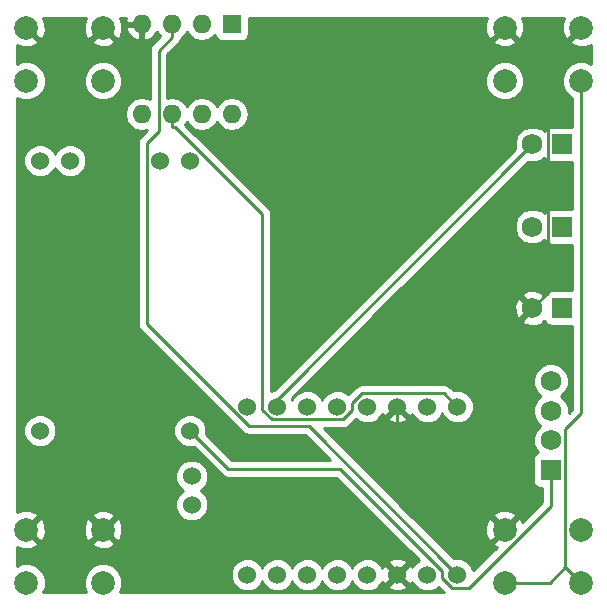
<source format=gbr>
G04 #@! TF.FileFunction,Copper,L2,Bot,Signal*
%FSLAX46Y46*%
G04 Gerber Fmt 4.6, Leading zero omitted, Abs format (unit mm)*
G04 Created by KiCad (PCBNEW 4.0.6+dfsg1-1) date Tue Jan 16 21:14:35 2018*
%MOMM*%
%LPD*%
G01*
G04 APERTURE LIST*
%ADD10C,0.100000*%
%ADD11C,1.524000*%
%ADD12R,1.600000X1.600000*%
%ADD13O,1.600000X1.600000*%
%ADD14R,1.750000X1.750000*%
%ADD15C,1.750000*%
%ADD16C,2.000000*%
%ADD17C,0.250000*%
%ADD18C,0.254000*%
G04 APERTURE END LIST*
D10*
D11*
X138390000Y-100270000D03*
X146010000Y-100270000D03*
X148550000Y-100270000D03*
X135850000Y-100270000D03*
X148550000Y-123130000D03*
X135850000Y-123130000D03*
D12*
X152100000Y-88700000D03*
D13*
X144480000Y-96320000D03*
X149560000Y-88700000D03*
X147020000Y-96320000D03*
X147020000Y-88700000D03*
X149560000Y-96320000D03*
X144480000Y-88700000D03*
X152100000Y-96320000D03*
D11*
X171190000Y-121088000D03*
X168650000Y-121088000D03*
X166110000Y-121088000D03*
X163570000Y-121088000D03*
X161030000Y-121088000D03*
X158490000Y-121088000D03*
X155950000Y-121088000D03*
X153410000Y-121088000D03*
X171190000Y-135312000D03*
X168650000Y-135312000D03*
X166110000Y-135312000D03*
X163570000Y-135312000D03*
X161030000Y-135312000D03*
X158490000Y-135312000D03*
X155950000Y-135312000D03*
X153410000Y-135312000D03*
X148700000Y-127000000D03*
X148700000Y-129400000D03*
D14*
X180050000Y-105850000D03*
D15*
X177550000Y-105850000D03*
D14*
X180050000Y-98900000D03*
D15*
X177550000Y-98900000D03*
D16*
X134700000Y-93500000D03*
X134700000Y-89000000D03*
X141200000Y-93500000D03*
X141200000Y-89000000D03*
X175200000Y-93500000D03*
X175200000Y-89000000D03*
X181700000Y-93500000D03*
X181700000Y-89000000D03*
X175200000Y-136000000D03*
X175200000Y-131500000D03*
X181700000Y-136000000D03*
X181700000Y-131500000D03*
X134700000Y-136000000D03*
X134700000Y-131500000D03*
X141200000Y-136000000D03*
X141200000Y-131500000D03*
D14*
X180050000Y-112750000D03*
D15*
X177550000Y-112750000D03*
D14*
X179100000Y-126450000D03*
D15*
X179100000Y-123950000D03*
X179100000Y-121450000D03*
X179100000Y-118950000D03*
D17*
X179100000Y-129497900D02*
X179100000Y-126450000D01*
X172186500Y-136411400D02*
X179100000Y-129497900D01*
X170742600Y-136411400D02*
X172186500Y-136411400D01*
X169920000Y-135588800D02*
X170742600Y-136411400D01*
X169920000Y-135039700D02*
X169920000Y-135588800D01*
X161243200Y-126362900D02*
X169920000Y-135039700D01*
X151782900Y-126362900D02*
X161243200Y-126362900D01*
X148550000Y-123130000D02*
X151782900Y-126362900D01*
X155950000Y-120500000D02*
X155950000Y-121088000D01*
X177550000Y-98900000D02*
X155950000Y-120500000D01*
X179001600Y-136000000D02*
X180350800Y-134650800D01*
X175200000Y-136000000D02*
X179001600Y-136000000D01*
X181700000Y-136000000D02*
X180350800Y-134650800D01*
X181700000Y-121640300D02*
X181700000Y-93500000D01*
X180350800Y-122989500D02*
X181700000Y-121640300D01*
X180350800Y-134650800D02*
X180350800Y-122989500D01*
X166110000Y-122410000D02*
X166110000Y-121088000D01*
X175200000Y-131500000D02*
X166110000Y-122410000D01*
X178050500Y-91850500D02*
X175200000Y-89000000D01*
X178849500Y-91850500D02*
X178050500Y-91850500D01*
X178849500Y-111450500D02*
X178849500Y-91850500D01*
X177550000Y-112750000D02*
X178849500Y-111450500D01*
X178849500Y-91850500D02*
X181700000Y-89000000D01*
X147301300Y-97445300D02*
X147020000Y-97445300D01*
X154680000Y-104824000D02*
X147301300Y-97445300D01*
X154680000Y-121356500D02*
X154680000Y-104824000D01*
X155498800Y-122175300D02*
X154680000Y-121356500D01*
X161494500Y-122175300D02*
X155498800Y-122175300D01*
X162300100Y-121369700D02*
X161494500Y-122175300D01*
X162300100Y-120789900D02*
X162300100Y-121369700D01*
X163136300Y-119953700D02*
X162300100Y-120789900D01*
X170055700Y-119953700D02*
X163136300Y-119953700D01*
X171190000Y-121088000D02*
X170055700Y-119953700D01*
X147020000Y-96320000D02*
X147020000Y-97445300D01*
X145894700Y-90950600D02*
X147020000Y-89825300D01*
X145894700Y-97795200D02*
X145894700Y-90950600D01*
X144893700Y-98796200D02*
X145894700Y-97795200D01*
X144893700Y-114110700D02*
X144893700Y-98796200D01*
X153521300Y-122738300D02*
X144893700Y-114110700D01*
X158616300Y-122738300D02*
X153521300Y-122738300D01*
X171190000Y-135312000D02*
X158616300Y-122738300D01*
X147020000Y-88700000D02*
X147020000Y-89825300D01*
D18*
G36*
X139554092Y-88735461D02*
X139578144Y-89385460D01*
X139780613Y-89874264D01*
X140047468Y-89972927D01*
X141020395Y-89000000D01*
X141006253Y-88985858D01*
X141185858Y-88806253D01*
X141200000Y-88820395D01*
X141214143Y-88806253D01*
X141393748Y-88985858D01*
X141379605Y-89000000D01*
X142352532Y-89972927D01*
X142619387Y-89874264D01*
X142845908Y-89264539D01*
X142837934Y-89049041D01*
X143088086Y-89049041D01*
X143327611Y-89555134D01*
X143742577Y-89931041D01*
X144130961Y-90091904D01*
X144353000Y-89969915D01*
X144353000Y-88827000D01*
X143209371Y-88827000D01*
X143088086Y-89049041D01*
X142837934Y-89049041D01*
X142821856Y-88614540D01*
X142654290Y-88210000D01*
X143154799Y-88210000D01*
X143088086Y-88350959D01*
X143209371Y-88573000D01*
X144353000Y-88573000D01*
X144353000Y-88553000D01*
X144607000Y-88553000D01*
X144607000Y-88573000D01*
X144627000Y-88573000D01*
X144627000Y-88827000D01*
X144607000Y-88827000D01*
X144607000Y-89969915D01*
X144829039Y-90091904D01*
X145217423Y-89931041D01*
X145632389Y-89555134D01*
X145735014Y-89338297D01*
X146005302Y-89742811D01*
X146018721Y-89751777D01*
X145357299Y-90413199D01*
X145192552Y-90659761D01*
X145134700Y-90950600D01*
X145134700Y-95036646D01*
X145029151Y-94966120D01*
X144480000Y-94856887D01*
X143930849Y-94966120D01*
X143465302Y-95277189D01*
X143154233Y-95742736D01*
X143045000Y-96291887D01*
X143045000Y-96348113D01*
X143154233Y-96897264D01*
X143465302Y-97362811D01*
X143930849Y-97673880D01*
X144480000Y-97783113D01*
X144919384Y-97695714D01*
X144356299Y-98258799D01*
X144191552Y-98505361D01*
X144133700Y-98796200D01*
X144133700Y-114110700D01*
X144191552Y-114401539D01*
X144356299Y-114648101D01*
X152983899Y-123275701D01*
X153230461Y-123440448D01*
X153521300Y-123498300D01*
X158301498Y-123498300D01*
X160406098Y-125602900D01*
X152097702Y-125602900D01*
X149934183Y-123439381D01*
X149946757Y-123409100D01*
X149947242Y-122853339D01*
X149735010Y-122339697D01*
X149342370Y-121946371D01*
X148829100Y-121733243D01*
X148273339Y-121732758D01*
X147759697Y-121944990D01*
X147366371Y-122337630D01*
X147153243Y-122850900D01*
X147152758Y-123406661D01*
X147364990Y-123920303D01*
X147757630Y-124313629D01*
X148270900Y-124526757D01*
X148826661Y-124527242D01*
X148859055Y-124513857D01*
X151245499Y-126900301D01*
X151492061Y-127065048D01*
X151782900Y-127122900D01*
X160928398Y-127122900D01*
X167911205Y-134105707D01*
X167859697Y-134126990D01*
X167466371Y-134519630D01*
X167386605Y-134711727D01*
X167332397Y-134580857D01*
X167090213Y-134511392D01*
X166289605Y-135312000D01*
X167090213Y-136112608D01*
X167332397Y-136043143D01*
X167382509Y-135902682D01*
X167464990Y-136102303D01*
X167857630Y-136495629D01*
X168370900Y-136708757D01*
X168926661Y-136709242D01*
X169440303Y-136497010D01*
X169596992Y-136340594D01*
X170046398Y-136790000D01*
X142642316Y-136790000D01*
X142834716Y-136326648D01*
X142835284Y-135676205D01*
X142799112Y-135588661D01*
X152012758Y-135588661D01*
X152224990Y-136102303D01*
X152617630Y-136495629D01*
X153130900Y-136708757D01*
X153686661Y-136709242D01*
X154200303Y-136497010D01*
X154593629Y-136104370D01*
X154679949Y-135896488D01*
X154764990Y-136102303D01*
X155157630Y-136495629D01*
X155670900Y-136708757D01*
X156226661Y-136709242D01*
X156740303Y-136497010D01*
X157133629Y-136104370D01*
X157219949Y-135896488D01*
X157304990Y-136102303D01*
X157697630Y-136495629D01*
X158210900Y-136708757D01*
X158766661Y-136709242D01*
X159280303Y-136497010D01*
X159673629Y-136104370D01*
X159759949Y-135896488D01*
X159844990Y-136102303D01*
X160237630Y-136495629D01*
X160750900Y-136708757D01*
X161306661Y-136709242D01*
X161820303Y-136497010D01*
X162213629Y-136104370D01*
X162299949Y-135896488D01*
X162384990Y-136102303D01*
X162777630Y-136495629D01*
X163290900Y-136708757D01*
X163846661Y-136709242D01*
X164360303Y-136497010D01*
X164565457Y-136292213D01*
X165309392Y-136292213D01*
X165378857Y-136534397D01*
X165902302Y-136721144D01*
X166457368Y-136693362D01*
X166841143Y-136534397D01*
X166910608Y-136292213D01*
X166110000Y-135491605D01*
X165309392Y-136292213D01*
X164565457Y-136292213D01*
X164753629Y-136104370D01*
X164833395Y-135912273D01*
X164887603Y-136043143D01*
X165129787Y-136112608D01*
X165930395Y-135312000D01*
X165129787Y-134511392D01*
X164887603Y-134580857D01*
X164837491Y-134721318D01*
X164755010Y-134521697D01*
X164565432Y-134331787D01*
X165309392Y-134331787D01*
X166110000Y-135132395D01*
X166910608Y-134331787D01*
X166841143Y-134089603D01*
X166317698Y-133902856D01*
X165762632Y-133930638D01*
X165378857Y-134089603D01*
X165309392Y-134331787D01*
X164565432Y-134331787D01*
X164362370Y-134128371D01*
X163849100Y-133915243D01*
X163293339Y-133914758D01*
X162779697Y-134126990D01*
X162386371Y-134519630D01*
X162300051Y-134727512D01*
X162215010Y-134521697D01*
X161822370Y-134128371D01*
X161309100Y-133915243D01*
X160753339Y-133914758D01*
X160239697Y-134126990D01*
X159846371Y-134519630D01*
X159760051Y-134727512D01*
X159675010Y-134521697D01*
X159282370Y-134128371D01*
X158769100Y-133915243D01*
X158213339Y-133914758D01*
X157699697Y-134126990D01*
X157306371Y-134519630D01*
X157220051Y-134727512D01*
X157135010Y-134521697D01*
X156742370Y-134128371D01*
X156229100Y-133915243D01*
X155673339Y-133914758D01*
X155159697Y-134126990D01*
X154766371Y-134519630D01*
X154680051Y-134727512D01*
X154595010Y-134521697D01*
X154202370Y-134128371D01*
X153689100Y-133915243D01*
X153133339Y-133914758D01*
X152619697Y-134126990D01*
X152226371Y-134519630D01*
X152013243Y-135032900D01*
X152012758Y-135588661D01*
X142799112Y-135588661D01*
X142586894Y-135075057D01*
X142127363Y-134614722D01*
X141526648Y-134365284D01*
X140876205Y-134364716D01*
X140275057Y-134613106D01*
X139814722Y-135072637D01*
X139565284Y-135673352D01*
X139564716Y-136323795D01*
X139757349Y-136790000D01*
X136142316Y-136790000D01*
X136334716Y-136326648D01*
X136335284Y-135676205D01*
X136086894Y-135075057D01*
X135627363Y-134614722D01*
X135026648Y-134365284D01*
X134376205Y-134364716D01*
X133910000Y-134557349D01*
X133910000Y-132950692D01*
X134435461Y-133145908D01*
X135085460Y-133121856D01*
X135574264Y-132919387D01*
X135672927Y-132652532D01*
X140227073Y-132652532D01*
X140325736Y-132919387D01*
X140935461Y-133145908D01*
X141585460Y-133121856D01*
X142074264Y-132919387D01*
X142172927Y-132652532D01*
X141200000Y-131679605D01*
X140227073Y-132652532D01*
X135672927Y-132652532D01*
X134700000Y-131679605D01*
X134685858Y-131693748D01*
X134506253Y-131514143D01*
X134520395Y-131500000D01*
X134879605Y-131500000D01*
X135852532Y-132472927D01*
X136119387Y-132374264D01*
X136345908Y-131764539D01*
X136326331Y-131235461D01*
X139554092Y-131235461D01*
X139578144Y-131885460D01*
X139780613Y-132374264D01*
X140047468Y-132472927D01*
X141020395Y-131500000D01*
X141379605Y-131500000D01*
X142352532Y-132472927D01*
X142619387Y-132374264D01*
X142845908Y-131764539D01*
X142821856Y-131114540D01*
X142619387Y-130625736D01*
X142352532Y-130527073D01*
X141379605Y-131500000D01*
X141020395Y-131500000D01*
X140047468Y-130527073D01*
X139780613Y-130625736D01*
X139554092Y-131235461D01*
X136326331Y-131235461D01*
X136321856Y-131114540D01*
X136119387Y-130625736D01*
X135852532Y-130527073D01*
X134879605Y-131500000D01*
X134520395Y-131500000D01*
X134506253Y-131485858D01*
X134685858Y-131306253D01*
X134700000Y-131320395D01*
X135672927Y-130347468D01*
X140227073Y-130347468D01*
X141200000Y-131320395D01*
X142172927Y-130347468D01*
X142074264Y-130080613D01*
X141464539Y-129854092D01*
X140814540Y-129878144D01*
X140325736Y-130080613D01*
X140227073Y-130347468D01*
X135672927Y-130347468D01*
X135574264Y-130080613D01*
X134964539Y-129854092D01*
X134314540Y-129878144D01*
X133910000Y-130045710D01*
X133910000Y-127276661D01*
X147302758Y-127276661D01*
X147514990Y-127790303D01*
X147907630Y-128183629D01*
X147946517Y-128199776D01*
X147909697Y-128214990D01*
X147516371Y-128607630D01*
X147303243Y-129120900D01*
X147302758Y-129676661D01*
X147514990Y-130190303D01*
X147907630Y-130583629D01*
X148420900Y-130796757D01*
X148976661Y-130797242D01*
X149490303Y-130585010D01*
X149883629Y-130192370D01*
X150096757Y-129679100D01*
X150097242Y-129123339D01*
X149885010Y-128609697D01*
X149492370Y-128216371D01*
X149453483Y-128200224D01*
X149490303Y-128185010D01*
X149883629Y-127792370D01*
X150096757Y-127279100D01*
X150097242Y-126723339D01*
X149885010Y-126209697D01*
X149492370Y-125816371D01*
X148979100Y-125603243D01*
X148423339Y-125602758D01*
X147909697Y-125814990D01*
X147516371Y-126207630D01*
X147303243Y-126720900D01*
X147302758Y-127276661D01*
X133910000Y-127276661D01*
X133910000Y-123406661D01*
X134452758Y-123406661D01*
X134664990Y-123920303D01*
X135057630Y-124313629D01*
X135570900Y-124526757D01*
X136126661Y-124527242D01*
X136640303Y-124315010D01*
X137033629Y-123922370D01*
X137246757Y-123409100D01*
X137247242Y-122853339D01*
X137035010Y-122339697D01*
X136642370Y-121946371D01*
X136129100Y-121733243D01*
X135573339Y-121732758D01*
X135059697Y-121944990D01*
X134666371Y-122337630D01*
X134453243Y-122850900D01*
X134452758Y-123406661D01*
X133910000Y-123406661D01*
X133910000Y-100546661D01*
X134452758Y-100546661D01*
X134664990Y-101060303D01*
X135057630Y-101453629D01*
X135570900Y-101666757D01*
X136126661Y-101667242D01*
X136640303Y-101455010D01*
X137033629Y-101062370D01*
X137119949Y-100854488D01*
X137204990Y-101060303D01*
X137597630Y-101453629D01*
X138110900Y-101666757D01*
X138666661Y-101667242D01*
X139180303Y-101455010D01*
X139573629Y-101062370D01*
X139786757Y-100549100D01*
X139787242Y-99993339D01*
X139575010Y-99479697D01*
X139182370Y-99086371D01*
X138669100Y-98873243D01*
X138113339Y-98872758D01*
X137599697Y-99084990D01*
X137206371Y-99477630D01*
X137120051Y-99685512D01*
X137035010Y-99479697D01*
X136642370Y-99086371D01*
X136129100Y-98873243D01*
X135573339Y-98872758D01*
X135059697Y-99084990D01*
X134666371Y-99477630D01*
X134453243Y-99990900D01*
X134452758Y-100546661D01*
X133910000Y-100546661D01*
X133910000Y-94942316D01*
X134373352Y-95134716D01*
X135023795Y-95135284D01*
X135624943Y-94886894D01*
X136085278Y-94427363D01*
X136334716Y-93826648D01*
X136334718Y-93823795D01*
X139564716Y-93823795D01*
X139813106Y-94424943D01*
X140272637Y-94885278D01*
X140873352Y-95134716D01*
X141523795Y-95135284D01*
X142124943Y-94886894D01*
X142585278Y-94427363D01*
X142834716Y-93826648D01*
X142835284Y-93176205D01*
X142586894Y-92575057D01*
X142127363Y-92114722D01*
X141526648Y-91865284D01*
X140876205Y-91864716D01*
X140275057Y-92113106D01*
X139814722Y-92572637D01*
X139565284Y-93173352D01*
X139564716Y-93823795D01*
X136334718Y-93823795D01*
X136335284Y-93176205D01*
X136086894Y-92575057D01*
X135627363Y-92114722D01*
X135026648Y-91865284D01*
X134376205Y-91864716D01*
X133910000Y-92057349D01*
X133910000Y-90450692D01*
X134435461Y-90645908D01*
X135085460Y-90621856D01*
X135574264Y-90419387D01*
X135672927Y-90152532D01*
X140227073Y-90152532D01*
X140325736Y-90419387D01*
X140935461Y-90645908D01*
X141585460Y-90621856D01*
X142074264Y-90419387D01*
X142172927Y-90152532D01*
X141200000Y-89179605D01*
X140227073Y-90152532D01*
X135672927Y-90152532D01*
X134700000Y-89179605D01*
X134685858Y-89193748D01*
X134506253Y-89014143D01*
X134520395Y-89000000D01*
X134506253Y-88985858D01*
X134685858Y-88806253D01*
X134700000Y-88820395D01*
X134714143Y-88806253D01*
X134893748Y-88985858D01*
X134879605Y-89000000D01*
X135852532Y-89972927D01*
X136119387Y-89874264D01*
X136345908Y-89264539D01*
X136321856Y-88614540D01*
X136154290Y-88210000D01*
X139749308Y-88210000D01*
X139554092Y-88735461D01*
X139554092Y-88735461D01*
G37*
X139554092Y-88735461D02*
X139578144Y-89385460D01*
X139780613Y-89874264D01*
X140047468Y-89972927D01*
X141020395Y-89000000D01*
X141006253Y-88985858D01*
X141185858Y-88806253D01*
X141200000Y-88820395D01*
X141214143Y-88806253D01*
X141393748Y-88985858D01*
X141379605Y-89000000D01*
X142352532Y-89972927D01*
X142619387Y-89874264D01*
X142845908Y-89264539D01*
X142837934Y-89049041D01*
X143088086Y-89049041D01*
X143327611Y-89555134D01*
X143742577Y-89931041D01*
X144130961Y-90091904D01*
X144353000Y-89969915D01*
X144353000Y-88827000D01*
X143209371Y-88827000D01*
X143088086Y-89049041D01*
X142837934Y-89049041D01*
X142821856Y-88614540D01*
X142654290Y-88210000D01*
X143154799Y-88210000D01*
X143088086Y-88350959D01*
X143209371Y-88573000D01*
X144353000Y-88573000D01*
X144353000Y-88553000D01*
X144607000Y-88553000D01*
X144607000Y-88573000D01*
X144627000Y-88573000D01*
X144627000Y-88827000D01*
X144607000Y-88827000D01*
X144607000Y-89969915D01*
X144829039Y-90091904D01*
X145217423Y-89931041D01*
X145632389Y-89555134D01*
X145735014Y-89338297D01*
X146005302Y-89742811D01*
X146018721Y-89751777D01*
X145357299Y-90413199D01*
X145192552Y-90659761D01*
X145134700Y-90950600D01*
X145134700Y-95036646D01*
X145029151Y-94966120D01*
X144480000Y-94856887D01*
X143930849Y-94966120D01*
X143465302Y-95277189D01*
X143154233Y-95742736D01*
X143045000Y-96291887D01*
X143045000Y-96348113D01*
X143154233Y-96897264D01*
X143465302Y-97362811D01*
X143930849Y-97673880D01*
X144480000Y-97783113D01*
X144919384Y-97695714D01*
X144356299Y-98258799D01*
X144191552Y-98505361D01*
X144133700Y-98796200D01*
X144133700Y-114110700D01*
X144191552Y-114401539D01*
X144356299Y-114648101D01*
X152983899Y-123275701D01*
X153230461Y-123440448D01*
X153521300Y-123498300D01*
X158301498Y-123498300D01*
X160406098Y-125602900D01*
X152097702Y-125602900D01*
X149934183Y-123439381D01*
X149946757Y-123409100D01*
X149947242Y-122853339D01*
X149735010Y-122339697D01*
X149342370Y-121946371D01*
X148829100Y-121733243D01*
X148273339Y-121732758D01*
X147759697Y-121944990D01*
X147366371Y-122337630D01*
X147153243Y-122850900D01*
X147152758Y-123406661D01*
X147364990Y-123920303D01*
X147757630Y-124313629D01*
X148270900Y-124526757D01*
X148826661Y-124527242D01*
X148859055Y-124513857D01*
X151245499Y-126900301D01*
X151492061Y-127065048D01*
X151782900Y-127122900D01*
X160928398Y-127122900D01*
X167911205Y-134105707D01*
X167859697Y-134126990D01*
X167466371Y-134519630D01*
X167386605Y-134711727D01*
X167332397Y-134580857D01*
X167090213Y-134511392D01*
X166289605Y-135312000D01*
X167090213Y-136112608D01*
X167332397Y-136043143D01*
X167382509Y-135902682D01*
X167464990Y-136102303D01*
X167857630Y-136495629D01*
X168370900Y-136708757D01*
X168926661Y-136709242D01*
X169440303Y-136497010D01*
X169596992Y-136340594D01*
X170046398Y-136790000D01*
X142642316Y-136790000D01*
X142834716Y-136326648D01*
X142835284Y-135676205D01*
X142799112Y-135588661D01*
X152012758Y-135588661D01*
X152224990Y-136102303D01*
X152617630Y-136495629D01*
X153130900Y-136708757D01*
X153686661Y-136709242D01*
X154200303Y-136497010D01*
X154593629Y-136104370D01*
X154679949Y-135896488D01*
X154764990Y-136102303D01*
X155157630Y-136495629D01*
X155670900Y-136708757D01*
X156226661Y-136709242D01*
X156740303Y-136497010D01*
X157133629Y-136104370D01*
X157219949Y-135896488D01*
X157304990Y-136102303D01*
X157697630Y-136495629D01*
X158210900Y-136708757D01*
X158766661Y-136709242D01*
X159280303Y-136497010D01*
X159673629Y-136104370D01*
X159759949Y-135896488D01*
X159844990Y-136102303D01*
X160237630Y-136495629D01*
X160750900Y-136708757D01*
X161306661Y-136709242D01*
X161820303Y-136497010D01*
X162213629Y-136104370D01*
X162299949Y-135896488D01*
X162384990Y-136102303D01*
X162777630Y-136495629D01*
X163290900Y-136708757D01*
X163846661Y-136709242D01*
X164360303Y-136497010D01*
X164565457Y-136292213D01*
X165309392Y-136292213D01*
X165378857Y-136534397D01*
X165902302Y-136721144D01*
X166457368Y-136693362D01*
X166841143Y-136534397D01*
X166910608Y-136292213D01*
X166110000Y-135491605D01*
X165309392Y-136292213D01*
X164565457Y-136292213D01*
X164753629Y-136104370D01*
X164833395Y-135912273D01*
X164887603Y-136043143D01*
X165129787Y-136112608D01*
X165930395Y-135312000D01*
X165129787Y-134511392D01*
X164887603Y-134580857D01*
X164837491Y-134721318D01*
X164755010Y-134521697D01*
X164565432Y-134331787D01*
X165309392Y-134331787D01*
X166110000Y-135132395D01*
X166910608Y-134331787D01*
X166841143Y-134089603D01*
X166317698Y-133902856D01*
X165762632Y-133930638D01*
X165378857Y-134089603D01*
X165309392Y-134331787D01*
X164565432Y-134331787D01*
X164362370Y-134128371D01*
X163849100Y-133915243D01*
X163293339Y-133914758D01*
X162779697Y-134126990D01*
X162386371Y-134519630D01*
X162300051Y-134727512D01*
X162215010Y-134521697D01*
X161822370Y-134128371D01*
X161309100Y-133915243D01*
X160753339Y-133914758D01*
X160239697Y-134126990D01*
X159846371Y-134519630D01*
X159760051Y-134727512D01*
X159675010Y-134521697D01*
X159282370Y-134128371D01*
X158769100Y-133915243D01*
X158213339Y-133914758D01*
X157699697Y-134126990D01*
X157306371Y-134519630D01*
X157220051Y-134727512D01*
X157135010Y-134521697D01*
X156742370Y-134128371D01*
X156229100Y-133915243D01*
X155673339Y-133914758D01*
X155159697Y-134126990D01*
X154766371Y-134519630D01*
X154680051Y-134727512D01*
X154595010Y-134521697D01*
X154202370Y-134128371D01*
X153689100Y-133915243D01*
X153133339Y-133914758D01*
X152619697Y-134126990D01*
X152226371Y-134519630D01*
X152013243Y-135032900D01*
X152012758Y-135588661D01*
X142799112Y-135588661D01*
X142586894Y-135075057D01*
X142127363Y-134614722D01*
X141526648Y-134365284D01*
X140876205Y-134364716D01*
X140275057Y-134613106D01*
X139814722Y-135072637D01*
X139565284Y-135673352D01*
X139564716Y-136323795D01*
X139757349Y-136790000D01*
X136142316Y-136790000D01*
X136334716Y-136326648D01*
X136335284Y-135676205D01*
X136086894Y-135075057D01*
X135627363Y-134614722D01*
X135026648Y-134365284D01*
X134376205Y-134364716D01*
X133910000Y-134557349D01*
X133910000Y-132950692D01*
X134435461Y-133145908D01*
X135085460Y-133121856D01*
X135574264Y-132919387D01*
X135672927Y-132652532D01*
X140227073Y-132652532D01*
X140325736Y-132919387D01*
X140935461Y-133145908D01*
X141585460Y-133121856D01*
X142074264Y-132919387D01*
X142172927Y-132652532D01*
X141200000Y-131679605D01*
X140227073Y-132652532D01*
X135672927Y-132652532D01*
X134700000Y-131679605D01*
X134685858Y-131693748D01*
X134506253Y-131514143D01*
X134520395Y-131500000D01*
X134879605Y-131500000D01*
X135852532Y-132472927D01*
X136119387Y-132374264D01*
X136345908Y-131764539D01*
X136326331Y-131235461D01*
X139554092Y-131235461D01*
X139578144Y-131885460D01*
X139780613Y-132374264D01*
X140047468Y-132472927D01*
X141020395Y-131500000D01*
X141379605Y-131500000D01*
X142352532Y-132472927D01*
X142619387Y-132374264D01*
X142845908Y-131764539D01*
X142821856Y-131114540D01*
X142619387Y-130625736D01*
X142352532Y-130527073D01*
X141379605Y-131500000D01*
X141020395Y-131500000D01*
X140047468Y-130527073D01*
X139780613Y-130625736D01*
X139554092Y-131235461D01*
X136326331Y-131235461D01*
X136321856Y-131114540D01*
X136119387Y-130625736D01*
X135852532Y-130527073D01*
X134879605Y-131500000D01*
X134520395Y-131500000D01*
X134506253Y-131485858D01*
X134685858Y-131306253D01*
X134700000Y-131320395D01*
X135672927Y-130347468D01*
X140227073Y-130347468D01*
X141200000Y-131320395D01*
X142172927Y-130347468D01*
X142074264Y-130080613D01*
X141464539Y-129854092D01*
X140814540Y-129878144D01*
X140325736Y-130080613D01*
X140227073Y-130347468D01*
X135672927Y-130347468D01*
X135574264Y-130080613D01*
X134964539Y-129854092D01*
X134314540Y-129878144D01*
X133910000Y-130045710D01*
X133910000Y-127276661D01*
X147302758Y-127276661D01*
X147514990Y-127790303D01*
X147907630Y-128183629D01*
X147946517Y-128199776D01*
X147909697Y-128214990D01*
X147516371Y-128607630D01*
X147303243Y-129120900D01*
X147302758Y-129676661D01*
X147514990Y-130190303D01*
X147907630Y-130583629D01*
X148420900Y-130796757D01*
X148976661Y-130797242D01*
X149490303Y-130585010D01*
X149883629Y-130192370D01*
X150096757Y-129679100D01*
X150097242Y-129123339D01*
X149885010Y-128609697D01*
X149492370Y-128216371D01*
X149453483Y-128200224D01*
X149490303Y-128185010D01*
X149883629Y-127792370D01*
X150096757Y-127279100D01*
X150097242Y-126723339D01*
X149885010Y-126209697D01*
X149492370Y-125816371D01*
X148979100Y-125603243D01*
X148423339Y-125602758D01*
X147909697Y-125814990D01*
X147516371Y-126207630D01*
X147303243Y-126720900D01*
X147302758Y-127276661D01*
X133910000Y-127276661D01*
X133910000Y-123406661D01*
X134452758Y-123406661D01*
X134664990Y-123920303D01*
X135057630Y-124313629D01*
X135570900Y-124526757D01*
X136126661Y-124527242D01*
X136640303Y-124315010D01*
X137033629Y-123922370D01*
X137246757Y-123409100D01*
X137247242Y-122853339D01*
X137035010Y-122339697D01*
X136642370Y-121946371D01*
X136129100Y-121733243D01*
X135573339Y-121732758D01*
X135059697Y-121944990D01*
X134666371Y-122337630D01*
X134453243Y-122850900D01*
X134452758Y-123406661D01*
X133910000Y-123406661D01*
X133910000Y-100546661D01*
X134452758Y-100546661D01*
X134664990Y-101060303D01*
X135057630Y-101453629D01*
X135570900Y-101666757D01*
X136126661Y-101667242D01*
X136640303Y-101455010D01*
X137033629Y-101062370D01*
X137119949Y-100854488D01*
X137204990Y-101060303D01*
X137597630Y-101453629D01*
X138110900Y-101666757D01*
X138666661Y-101667242D01*
X139180303Y-101455010D01*
X139573629Y-101062370D01*
X139786757Y-100549100D01*
X139787242Y-99993339D01*
X139575010Y-99479697D01*
X139182370Y-99086371D01*
X138669100Y-98873243D01*
X138113339Y-98872758D01*
X137599697Y-99084990D01*
X137206371Y-99477630D01*
X137120051Y-99685512D01*
X137035010Y-99479697D01*
X136642370Y-99086371D01*
X136129100Y-98873243D01*
X135573339Y-98872758D01*
X135059697Y-99084990D01*
X134666371Y-99477630D01*
X134453243Y-99990900D01*
X134452758Y-100546661D01*
X133910000Y-100546661D01*
X133910000Y-94942316D01*
X134373352Y-95134716D01*
X135023795Y-95135284D01*
X135624943Y-94886894D01*
X136085278Y-94427363D01*
X136334716Y-93826648D01*
X136334718Y-93823795D01*
X139564716Y-93823795D01*
X139813106Y-94424943D01*
X140272637Y-94885278D01*
X140873352Y-95134716D01*
X141523795Y-95135284D01*
X142124943Y-94886894D01*
X142585278Y-94427363D01*
X142834716Y-93826648D01*
X142835284Y-93176205D01*
X142586894Y-92575057D01*
X142127363Y-92114722D01*
X141526648Y-91865284D01*
X140876205Y-91864716D01*
X140275057Y-92113106D01*
X139814722Y-92572637D01*
X139565284Y-93173352D01*
X139564716Y-93823795D01*
X136334718Y-93823795D01*
X136335284Y-93176205D01*
X136086894Y-92575057D01*
X135627363Y-92114722D01*
X135026648Y-91865284D01*
X134376205Y-91864716D01*
X133910000Y-92057349D01*
X133910000Y-90450692D01*
X134435461Y-90645908D01*
X135085460Y-90621856D01*
X135574264Y-90419387D01*
X135672927Y-90152532D01*
X140227073Y-90152532D01*
X140325736Y-90419387D01*
X140935461Y-90645908D01*
X141585460Y-90621856D01*
X142074264Y-90419387D01*
X142172927Y-90152532D01*
X141200000Y-89179605D01*
X140227073Y-90152532D01*
X135672927Y-90152532D01*
X134700000Y-89179605D01*
X134685858Y-89193748D01*
X134506253Y-89014143D01*
X134520395Y-89000000D01*
X134506253Y-88985858D01*
X134685858Y-88806253D01*
X134700000Y-88820395D01*
X134714143Y-88806253D01*
X134893748Y-88985858D01*
X134879605Y-89000000D01*
X135852532Y-89972927D01*
X136119387Y-89874264D01*
X136345908Y-89264539D01*
X136321856Y-88614540D01*
X136154290Y-88210000D01*
X139749308Y-88210000D01*
X139554092Y-88735461D01*
G36*
X178710910Y-100226441D02*
X178923110Y-100371431D01*
X179175000Y-100422440D01*
X180925000Y-100422440D01*
X180940000Y-100419618D01*
X180940000Y-104330598D01*
X180925000Y-104327560D01*
X179175000Y-104327560D01*
X178939683Y-104371838D01*
X178723559Y-104510910D01*
X178578569Y-104723110D01*
X178575214Y-104739676D01*
X178406463Y-104570630D01*
X177851675Y-104340262D01*
X177250960Y-104339738D01*
X176695771Y-104569138D01*
X176270630Y-104993537D01*
X176040262Y-105548325D01*
X176039738Y-106149040D01*
X176269138Y-106704229D01*
X176693537Y-107129370D01*
X177248325Y-107359738D01*
X177849040Y-107360262D01*
X178404229Y-107130862D01*
X178573103Y-106962283D01*
X178710910Y-107176441D01*
X178923110Y-107321431D01*
X179175000Y-107372440D01*
X180925000Y-107372440D01*
X180940000Y-107369618D01*
X180940000Y-111230598D01*
X180925000Y-111227560D01*
X179175000Y-111227560D01*
X178939683Y-111271838D01*
X178723559Y-111410910D01*
X178586006Y-111612226D01*
X178547086Y-111573306D01*
X178432454Y-111687938D01*
X178349116Y-111434047D01*
X177784694Y-111228410D01*
X177184542Y-111254421D01*
X176750884Y-111434047D01*
X176667545Y-111687940D01*
X177550000Y-112570395D01*
X177564143Y-112556253D01*
X177743748Y-112735858D01*
X177729605Y-112750000D01*
X177743748Y-112764143D01*
X177564143Y-112943748D01*
X177550000Y-112929605D01*
X176667545Y-113812060D01*
X176750884Y-114065953D01*
X177315306Y-114271590D01*
X177915458Y-114245579D01*
X178349116Y-114065953D01*
X178432454Y-113812062D01*
X178547086Y-113926694D01*
X178588136Y-113885644D01*
X178710910Y-114076441D01*
X178923110Y-114221431D01*
X179175000Y-114272440D01*
X180925000Y-114272440D01*
X180940000Y-114269618D01*
X180940000Y-121325498D01*
X180609822Y-121655676D01*
X180610262Y-121150960D01*
X180380862Y-120595771D01*
X179985464Y-120199682D01*
X180379370Y-119806463D01*
X180609738Y-119251675D01*
X180610262Y-118650960D01*
X180380862Y-118095771D01*
X179956463Y-117670630D01*
X179401675Y-117440262D01*
X178800960Y-117439738D01*
X178245771Y-117669138D01*
X177820630Y-118093537D01*
X177590262Y-118648325D01*
X177589738Y-119249040D01*
X177819138Y-119804229D01*
X178214536Y-120200318D01*
X177820630Y-120593537D01*
X177590262Y-121148325D01*
X177589738Y-121749040D01*
X177819138Y-122304229D01*
X178214536Y-122700318D01*
X177820630Y-123093537D01*
X177590262Y-123648325D01*
X177589738Y-124249040D01*
X177819138Y-124804229D01*
X177987717Y-124973103D01*
X177773559Y-125110910D01*
X177628569Y-125323110D01*
X177577560Y-125575000D01*
X177577560Y-127325000D01*
X177621838Y-127560317D01*
X177760910Y-127776441D01*
X177973110Y-127921431D01*
X178225000Y-127972440D01*
X178340000Y-127972440D01*
X178340000Y-129183098D01*
X176700804Y-130822294D01*
X176619387Y-130625736D01*
X176352532Y-130527073D01*
X175379605Y-131500000D01*
X175393748Y-131514143D01*
X175214143Y-131693748D01*
X175200000Y-131679605D01*
X174227073Y-132652532D01*
X174325736Y-132919387D01*
X174528414Y-132994684D01*
X172558155Y-134964943D01*
X172375010Y-134521697D01*
X171982370Y-134128371D01*
X171469100Y-133915243D01*
X170913339Y-133914758D01*
X170880945Y-133928143D01*
X168188263Y-131235461D01*
X173554092Y-131235461D01*
X173578144Y-131885460D01*
X173780613Y-132374264D01*
X174047468Y-132472927D01*
X175020395Y-131500000D01*
X174047468Y-130527073D01*
X173780613Y-130625736D01*
X173554092Y-131235461D01*
X168188263Y-131235461D01*
X167300270Y-130347468D01*
X174227073Y-130347468D01*
X175200000Y-131320395D01*
X176172927Y-130347468D01*
X176074264Y-130080613D01*
X175464539Y-129854092D01*
X174814540Y-129878144D01*
X174325736Y-130080613D01*
X174227073Y-130347468D01*
X167300270Y-130347468D01*
X159888102Y-122935300D01*
X161494500Y-122935300D01*
X161785339Y-122877448D01*
X162031901Y-122712701D01*
X162625434Y-122119168D01*
X162777630Y-122271629D01*
X163290900Y-122484757D01*
X163846661Y-122485242D01*
X164360303Y-122273010D01*
X164565457Y-122068213D01*
X165309392Y-122068213D01*
X165378857Y-122310397D01*
X165902302Y-122497144D01*
X166457368Y-122469362D01*
X166841143Y-122310397D01*
X166910608Y-122068213D01*
X166110000Y-121267605D01*
X165309392Y-122068213D01*
X164565457Y-122068213D01*
X164753629Y-121880370D01*
X164833395Y-121688273D01*
X164887603Y-121819143D01*
X165129787Y-121888608D01*
X165930395Y-121088000D01*
X165916253Y-121073858D01*
X166095858Y-120894253D01*
X166110000Y-120908395D01*
X166124143Y-120894253D01*
X166303748Y-121073858D01*
X166289605Y-121088000D01*
X167090213Y-121888608D01*
X167332397Y-121819143D01*
X167382509Y-121678682D01*
X167464990Y-121878303D01*
X167857630Y-122271629D01*
X168370900Y-122484757D01*
X168926661Y-122485242D01*
X169440303Y-122273010D01*
X169833629Y-121880370D01*
X169919949Y-121672488D01*
X170004990Y-121878303D01*
X170397630Y-122271629D01*
X170910900Y-122484757D01*
X171466661Y-122485242D01*
X171980303Y-122273010D01*
X172373629Y-121880370D01*
X172586757Y-121367100D01*
X172587242Y-120811339D01*
X172375010Y-120297697D01*
X171982370Y-119904371D01*
X171469100Y-119691243D01*
X170913339Y-119690758D01*
X170880945Y-119704143D01*
X170593101Y-119416299D01*
X170346539Y-119251552D01*
X170055700Y-119193700D01*
X163136300Y-119193700D01*
X162845460Y-119251552D01*
X162598899Y-119416299D01*
X161966473Y-120048725D01*
X161822370Y-119904371D01*
X161309100Y-119691243D01*
X160753339Y-119690758D01*
X160239697Y-119902990D01*
X159846371Y-120295630D01*
X159760051Y-120503512D01*
X159675010Y-120297697D01*
X159282370Y-119904371D01*
X158769100Y-119691243D01*
X158213339Y-119690758D01*
X157699697Y-119902990D01*
X157306371Y-120295630D01*
X157220051Y-120503512D01*
X157161937Y-120362865D01*
X165009496Y-112515306D01*
X176028410Y-112515306D01*
X176054421Y-113115458D01*
X176234047Y-113549116D01*
X176487940Y-113632455D01*
X177370395Y-112750000D01*
X176487940Y-111867545D01*
X176234047Y-111950884D01*
X176028410Y-112515306D01*
X165009496Y-112515306D01*
X177154163Y-100370639D01*
X177248325Y-100409738D01*
X177849040Y-100410262D01*
X178404229Y-100180862D01*
X178573103Y-100012283D01*
X178710910Y-100226441D01*
X178710910Y-100226441D01*
G37*
X178710910Y-100226441D02*
X178923110Y-100371431D01*
X179175000Y-100422440D01*
X180925000Y-100422440D01*
X180940000Y-100419618D01*
X180940000Y-104330598D01*
X180925000Y-104327560D01*
X179175000Y-104327560D01*
X178939683Y-104371838D01*
X178723559Y-104510910D01*
X178578569Y-104723110D01*
X178575214Y-104739676D01*
X178406463Y-104570630D01*
X177851675Y-104340262D01*
X177250960Y-104339738D01*
X176695771Y-104569138D01*
X176270630Y-104993537D01*
X176040262Y-105548325D01*
X176039738Y-106149040D01*
X176269138Y-106704229D01*
X176693537Y-107129370D01*
X177248325Y-107359738D01*
X177849040Y-107360262D01*
X178404229Y-107130862D01*
X178573103Y-106962283D01*
X178710910Y-107176441D01*
X178923110Y-107321431D01*
X179175000Y-107372440D01*
X180925000Y-107372440D01*
X180940000Y-107369618D01*
X180940000Y-111230598D01*
X180925000Y-111227560D01*
X179175000Y-111227560D01*
X178939683Y-111271838D01*
X178723559Y-111410910D01*
X178586006Y-111612226D01*
X178547086Y-111573306D01*
X178432454Y-111687938D01*
X178349116Y-111434047D01*
X177784694Y-111228410D01*
X177184542Y-111254421D01*
X176750884Y-111434047D01*
X176667545Y-111687940D01*
X177550000Y-112570395D01*
X177564143Y-112556253D01*
X177743748Y-112735858D01*
X177729605Y-112750000D01*
X177743748Y-112764143D01*
X177564143Y-112943748D01*
X177550000Y-112929605D01*
X176667545Y-113812060D01*
X176750884Y-114065953D01*
X177315306Y-114271590D01*
X177915458Y-114245579D01*
X178349116Y-114065953D01*
X178432454Y-113812062D01*
X178547086Y-113926694D01*
X178588136Y-113885644D01*
X178710910Y-114076441D01*
X178923110Y-114221431D01*
X179175000Y-114272440D01*
X180925000Y-114272440D01*
X180940000Y-114269618D01*
X180940000Y-121325498D01*
X180609822Y-121655676D01*
X180610262Y-121150960D01*
X180380862Y-120595771D01*
X179985464Y-120199682D01*
X180379370Y-119806463D01*
X180609738Y-119251675D01*
X180610262Y-118650960D01*
X180380862Y-118095771D01*
X179956463Y-117670630D01*
X179401675Y-117440262D01*
X178800960Y-117439738D01*
X178245771Y-117669138D01*
X177820630Y-118093537D01*
X177590262Y-118648325D01*
X177589738Y-119249040D01*
X177819138Y-119804229D01*
X178214536Y-120200318D01*
X177820630Y-120593537D01*
X177590262Y-121148325D01*
X177589738Y-121749040D01*
X177819138Y-122304229D01*
X178214536Y-122700318D01*
X177820630Y-123093537D01*
X177590262Y-123648325D01*
X177589738Y-124249040D01*
X177819138Y-124804229D01*
X177987717Y-124973103D01*
X177773559Y-125110910D01*
X177628569Y-125323110D01*
X177577560Y-125575000D01*
X177577560Y-127325000D01*
X177621838Y-127560317D01*
X177760910Y-127776441D01*
X177973110Y-127921431D01*
X178225000Y-127972440D01*
X178340000Y-127972440D01*
X178340000Y-129183098D01*
X176700804Y-130822294D01*
X176619387Y-130625736D01*
X176352532Y-130527073D01*
X175379605Y-131500000D01*
X175393748Y-131514143D01*
X175214143Y-131693748D01*
X175200000Y-131679605D01*
X174227073Y-132652532D01*
X174325736Y-132919387D01*
X174528414Y-132994684D01*
X172558155Y-134964943D01*
X172375010Y-134521697D01*
X171982370Y-134128371D01*
X171469100Y-133915243D01*
X170913339Y-133914758D01*
X170880945Y-133928143D01*
X168188263Y-131235461D01*
X173554092Y-131235461D01*
X173578144Y-131885460D01*
X173780613Y-132374264D01*
X174047468Y-132472927D01*
X175020395Y-131500000D01*
X174047468Y-130527073D01*
X173780613Y-130625736D01*
X173554092Y-131235461D01*
X168188263Y-131235461D01*
X167300270Y-130347468D01*
X174227073Y-130347468D01*
X175200000Y-131320395D01*
X176172927Y-130347468D01*
X176074264Y-130080613D01*
X175464539Y-129854092D01*
X174814540Y-129878144D01*
X174325736Y-130080613D01*
X174227073Y-130347468D01*
X167300270Y-130347468D01*
X159888102Y-122935300D01*
X161494500Y-122935300D01*
X161785339Y-122877448D01*
X162031901Y-122712701D01*
X162625434Y-122119168D01*
X162777630Y-122271629D01*
X163290900Y-122484757D01*
X163846661Y-122485242D01*
X164360303Y-122273010D01*
X164565457Y-122068213D01*
X165309392Y-122068213D01*
X165378857Y-122310397D01*
X165902302Y-122497144D01*
X166457368Y-122469362D01*
X166841143Y-122310397D01*
X166910608Y-122068213D01*
X166110000Y-121267605D01*
X165309392Y-122068213D01*
X164565457Y-122068213D01*
X164753629Y-121880370D01*
X164833395Y-121688273D01*
X164887603Y-121819143D01*
X165129787Y-121888608D01*
X165930395Y-121088000D01*
X165916253Y-121073858D01*
X166095858Y-120894253D01*
X166110000Y-120908395D01*
X166124143Y-120894253D01*
X166303748Y-121073858D01*
X166289605Y-121088000D01*
X167090213Y-121888608D01*
X167332397Y-121819143D01*
X167382509Y-121678682D01*
X167464990Y-121878303D01*
X167857630Y-122271629D01*
X168370900Y-122484757D01*
X168926661Y-122485242D01*
X169440303Y-122273010D01*
X169833629Y-121880370D01*
X169919949Y-121672488D01*
X170004990Y-121878303D01*
X170397630Y-122271629D01*
X170910900Y-122484757D01*
X171466661Y-122485242D01*
X171980303Y-122273010D01*
X172373629Y-121880370D01*
X172586757Y-121367100D01*
X172587242Y-120811339D01*
X172375010Y-120297697D01*
X171982370Y-119904371D01*
X171469100Y-119691243D01*
X170913339Y-119690758D01*
X170880945Y-119704143D01*
X170593101Y-119416299D01*
X170346539Y-119251552D01*
X170055700Y-119193700D01*
X163136300Y-119193700D01*
X162845460Y-119251552D01*
X162598899Y-119416299D01*
X161966473Y-120048725D01*
X161822370Y-119904371D01*
X161309100Y-119691243D01*
X160753339Y-119690758D01*
X160239697Y-119902990D01*
X159846371Y-120295630D01*
X159760051Y-120503512D01*
X159675010Y-120297697D01*
X159282370Y-119904371D01*
X158769100Y-119691243D01*
X158213339Y-119690758D01*
X157699697Y-119902990D01*
X157306371Y-120295630D01*
X157220051Y-120503512D01*
X157161937Y-120362865D01*
X165009496Y-112515306D01*
X176028410Y-112515306D01*
X176054421Y-113115458D01*
X176234047Y-113549116D01*
X176487940Y-113632455D01*
X177370395Y-112750000D01*
X176487940Y-111867545D01*
X176234047Y-111950884D01*
X176028410Y-112515306D01*
X165009496Y-112515306D01*
X177154163Y-100370639D01*
X177248325Y-100409738D01*
X177849040Y-100410262D01*
X178404229Y-100180862D01*
X178573103Y-100012283D01*
X178710910Y-100226441D01*
G36*
X181893748Y-131485858D02*
X181879605Y-131500000D01*
X181893748Y-131514143D01*
X181714143Y-131693748D01*
X181700000Y-131679605D01*
X181685858Y-131693748D01*
X181506253Y-131514143D01*
X181520395Y-131500000D01*
X181506253Y-131485858D01*
X181685858Y-131306253D01*
X181700000Y-131320395D01*
X181714143Y-131306253D01*
X181893748Y-131485858D01*
X181893748Y-131485858D01*
G37*
X181893748Y-131485858D02*
X181879605Y-131500000D01*
X181893748Y-131514143D01*
X181714143Y-131693748D01*
X181700000Y-131679605D01*
X181685858Y-131693748D01*
X181506253Y-131514143D01*
X181520395Y-131500000D01*
X181506253Y-131485858D01*
X181685858Y-131306253D01*
X181700000Y-131320395D01*
X181714143Y-131306253D01*
X181893748Y-131485858D01*
G36*
X173554092Y-88735461D02*
X173578144Y-89385460D01*
X173780613Y-89874264D01*
X174047468Y-89972927D01*
X175020395Y-89000000D01*
X175006253Y-88985858D01*
X175185858Y-88806253D01*
X175200000Y-88820395D01*
X175214143Y-88806253D01*
X175393748Y-88985858D01*
X175379605Y-89000000D01*
X176352532Y-89972927D01*
X176619387Y-89874264D01*
X176845908Y-89264539D01*
X176821856Y-88614540D01*
X176654290Y-88210000D01*
X180249308Y-88210000D01*
X180054092Y-88735461D01*
X180078144Y-89385460D01*
X180280613Y-89874264D01*
X180547468Y-89972927D01*
X181520395Y-89000000D01*
X181506253Y-88985858D01*
X181685858Y-88806253D01*
X181700000Y-88820395D01*
X181714143Y-88806253D01*
X181893748Y-88985858D01*
X181879605Y-89000000D01*
X181893748Y-89014143D01*
X181714143Y-89193748D01*
X181700000Y-89179605D01*
X180727073Y-90152532D01*
X180825736Y-90419387D01*
X181435461Y-90645908D01*
X182085460Y-90621856D01*
X182490000Y-90454290D01*
X182490000Y-92057684D01*
X182026648Y-91865284D01*
X181376205Y-91864716D01*
X180775057Y-92113106D01*
X180314722Y-92572637D01*
X180065284Y-93173352D01*
X180064716Y-93823795D01*
X180313106Y-94424943D01*
X180772637Y-94885278D01*
X180940000Y-94954773D01*
X180940000Y-97380598D01*
X180925000Y-97377560D01*
X179175000Y-97377560D01*
X178939683Y-97421838D01*
X178723559Y-97560910D01*
X178578569Y-97773110D01*
X178575214Y-97789676D01*
X178406463Y-97620630D01*
X177851675Y-97390262D01*
X177250960Y-97389738D01*
X176695771Y-97619138D01*
X176270630Y-98043537D01*
X176040262Y-98598325D01*
X176039738Y-99199040D01*
X176079625Y-99295573D01*
X155684430Y-119690768D01*
X155673339Y-119690758D01*
X155440000Y-119787171D01*
X155440000Y-104824000D01*
X155382148Y-104533161D01*
X155217401Y-104286599D01*
X148138405Y-97207603D01*
X148290000Y-96980725D01*
X148545302Y-97362811D01*
X149010849Y-97673880D01*
X149560000Y-97783113D01*
X150109151Y-97673880D01*
X150574698Y-97362811D01*
X150830000Y-96980725D01*
X151085302Y-97362811D01*
X151550849Y-97673880D01*
X152100000Y-97783113D01*
X152649151Y-97673880D01*
X153114698Y-97362811D01*
X153425767Y-96897264D01*
X153535000Y-96348113D01*
X153535000Y-96291887D01*
X153425767Y-95742736D01*
X153114698Y-95277189D01*
X152649151Y-94966120D01*
X152100000Y-94856887D01*
X151550849Y-94966120D01*
X151085302Y-95277189D01*
X150830000Y-95659275D01*
X150574698Y-95277189D01*
X150109151Y-94966120D01*
X149560000Y-94856887D01*
X149010849Y-94966120D01*
X148545302Y-95277189D01*
X148290000Y-95659275D01*
X148034698Y-95277189D01*
X147569151Y-94966120D01*
X147020000Y-94856887D01*
X146654700Y-94929550D01*
X146654700Y-93823795D01*
X173564716Y-93823795D01*
X173813106Y-94424943D01*
X174272637Y-94885278D01*
X174873352Y-95134716D01*
X175523795Y-95135284D01*
X176124943Y-94886894D01*
X176585278Y-94427363D01*
X176834716Y-93826648D01*
X176835284Y-93176205D01*
X176586894Y-92575057D01*
X176127363Y-92114722D01*
X175526648Y-91865284D01*
X174876205Y-91864716D01*
X174275057Y-92113106D01*
X173814722Y-92572637D01*
X173565284Y-93173352D01*
X173564716Y-93823795D01*
X146654700Y-93823795D01*
X146654700Y-91265402D01*
X147557401Y-90362701D01*
X147722148Y-90116139D01*
X147759882Y-89926437D01*
X148034698Y-89742811D01*
X148290000Y-89360725D01*
X148545302Y-89742811D01*
X149010849Y-90053880D01*
X149560000Y-90163113D01*
X149613194Y-90152532D01*
X174227073Y-90152532D01*
X174325736Y-90419387D01*
X174935461Y-90645908D01*
X175585460Y-90621856D01*
X176074264Y-90419387D01*
X176172927Y-90152532D01*
X175200000Y-89179605D01*
X174227073Y-90152532D01*
X149613194Y-90152532D01*
X150109151Y-90053880D01*
X150574698Y-89742811D01*
X150671101Y-89598535D01*
X150696838Y-89735317D01*
X150835910Y-89951441D01*
X151048110Y-90096431D01*
X151300000Y-90147440D01*
X152900000Y-90147440D01*
X153135317Y-90103162D01*
X153351441Y-89964090D01*
X153496431Y-89751890D01*
X153547440Y-89500000D01*
X153547440Y-88210000D01*
X173749308Y-88210000D01*
X173554092Y-88735461D01*
X173554092Y-88735461D01*
G37*
X173554092Y-88735461D02*
X173578144Y-89385460D01*
X173780613Y-89874264D01*
X174047468Y-89972927D01*
X175020395Y-89000000D01*
X175006253Y-88985858D01*
X175185858Y-88806253D01*
X175200000Y-88820395D01*
X175214143Y-88806253D01*
X175393748Y-88985858D01*
X175379605Y-89000000D01*
X176352532Y-89972927D01*
X176619387Y-89874264D01*
X176845908Y-89264539D01*
X176821856Y-88614540D01*
X176654290Y-88210000D01*
X180249308Y-88210000D01*
X180054092Y-88735461D01*
X180078144Y-89385460D01*
X180280613Y-89874264D01*
X180547468Y-89972927D01*
X181520395Y-89000000D01*
X181506253Y-88985858D01*
X181685858Y-88806253D01*
X181700000Y-88820395D01*
X181714143Y-88806253D01*
X181893748Y-88985858D01*
X181879605Y-89000000D01*
X181893748Y-89014143D01*
X181714143Y-89193748D01*
X181700000Y-89179605D01*
X180727073Y-90152532D01*
X180825736Y-90419387D01*
X181435461Y-90645908D01*
X182085460Y-90621856D01*
X182490000Y-90454290D01*
X182490000Y-92057684D01*
X182026648Y-91865284D01*
X181376205Y-91864716D01*
X180775057Y-92113106D01*
X180314722Y-92572637D01*
X180065284Y-93173352D01*
X180064716Y-93823795D01*
X180313106Y-94424943D01*
X180772637Y-94885278D01*
X180940000Y-94954773D01*
X180940000Y-97380598D01*
X180925000Y-97377560D01*
X179175000Y-97377560D01*
X178939683Y-97421838D01*
X178723559Y-97560910D01*
X178578569Y-97773110D01*
X178575214Y-97789676D01*
X178406463Y-97620630D01*
X177851675Y-97390262D01*
X177250960Y-97389738D01*
X176695771Y-97619138D01*
X176270630Y-98043537D01*
X176040262Y-98598325D01*
X176039738Y-99199040D01*
X176079625Y-99295573D01*
X155684430Y-119690768D01*
X155673339Y-119690758D01*
X155440000Y-119787171D01*
X155440000Y-104824000D01*
X155382148Y-104533161D01*
X155217401Y-104286599D01*
X148138405Y-97207603D01*
X148290000Y-96980725D01*
X148545302Y-97362811D01*
X149010849Y-97673880D01*
X149560000Y-97783113D01*
X150109151Y-97673880D01*
X150574698Y-97362811D01*
X150830000Y-96980725D01*
X151085302Y-97362811D01*
X151550849Y-97673880D01*
X152100000Y-97783113D01*
X152649151Y-97673880D01*
X153114698Y-97362811D01*
X153425767Y-96897264D01*
X153535000Y-96348113D01*
X153535000Y-96291887D01*
X153425767Y-95742736D01*
X153114698Y-95277189D01*
X152649151Y-94966120D01*
X152100000Y-94856887D01*
X151550849Y-94966120D01*
X151085302Y-95277189D01*
X150830000Y-95659275D01*
X150574698Y-95277189D01*
X150109151Y-94966120D01*
X149560000Y-94856887D01*
X149010849Y-94966120D01*
X148545302Y-95277189D01*
X148290000Y-95659275D01*
X148034698Y-95277189D01*
X147569151Y-94966120D01*
X147020000Y-94856887D01*
X146654700Y-94929550D01*
X146654700Y-93823795D01*
X173564716Y-93823795D01*
X173813106Y-94424943D01*
X174272637Y-94885278D01*
X174873352Y-95134716D01*
X175523795Y-95135284D01*
X176124943Y-94886894D01*
X176585278Y-94427363D01*
X176834716Y-93826648D01*
X176835284Y-93176205D01*
X176586894Y-92575057D01*
X176127363Y-92114722D01*
X175526648Y-91865284D01*
X174876205Y-91864716D01*
X174275057Y-92113106D01*
X173814722Y-92572637D01*
X173565284Y-93173352D01*
X173564716Y-93823795D01*
X146654700Y-93823795D01*
X146654700Y-91265402D01*
X147557401Y-90362701D01*
X147722148Y-90116139D01*
X147759882Y-89926437D01*
X148034698Y-89742811D01*
X148290000Y-89360725D01*
X148545302Y-89742811D01*
X149010849Y-90053880D01*
X149560000Y-90163113D01*
X149613194Y-90152532D01*
X174227073Y-90152532D01*
X174325736Y-90419387D01*
X174935461Y-90645908D01*
X175585460Y-90621856D01*
X176074264Y-90419387D01*
X176172927Y-90152532D01*
X175200000Y-89179605D01*
X174227073Y-90152532D01*
X149613194Y-90152532D01*
X150109151Y-90053880D01*
X150574698Y-89742811D01*
X150671101Y-89598535D01*
X150696838Y-89735317D01*
X150835910Y-89951441D01*
X151048110Y-90096431D01*
X151300000Y-90147440D01*
X152900000Y-90147440D01*
X153135317Y-90103162D01*
X153351441Y-89964090D01*
X153496431Y-89751890D01*
X153547440Y-89500000D01*
X153547440Y-88210000D01*
X173749308Y-88210000D01*
X173554092Y-88735461D01*
M02*

</source>
